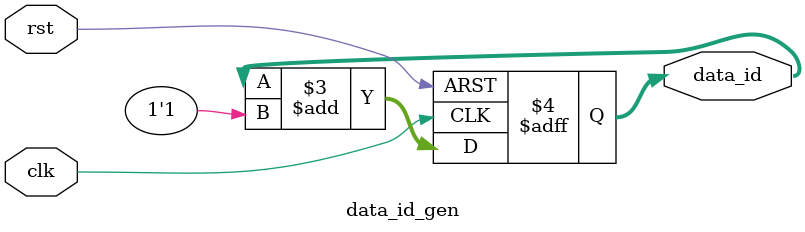
<source format=v>
module data_id_gen(clk,
				   rst,
				   data_id);

	input clk;
	input rst;
	output [2:0] data_id;
	reg [2:0] data_id;

	always @(posedge clk or negedge rst) begin
		if (!rst) 
			data_id <= 3'b000;
		else
		begin
			data_id <= data_id + 1'b1;
		end
	end

endmodule
</source>
